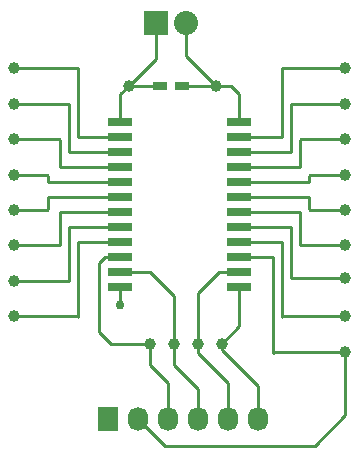
<source format=gbr>
G04 #@! TF.FileFunction,Copper,L1,Top,Signal*
%FSLAX46Y46*%
G04 Gerber Fmt 4.6, Leading zero omitted, Abs format (unit mm)*
G04 Created by KiCad (PCBNEW 4.0.2-stable) date Friday, July 22, 2016 'PMt' 01:52:08 PM*
%MOMM*%
G01*
G04 APERTURE LIST*
%ADD10C,0.100000*%
%ADD11R,1.200000X0.750000*%
%ADD12R,2.032000X0.660400*%
%ADD13C,1.000000*%
%ADD14R,2.032000X2.032000*%
%ADD15O,2.032000X2.032000*%
%ADD16R,1.727200X2.032000*%
%ADD17O,1.727200X2.032000*%
%ADD18C,0.762000*%
%ADD19C,0.250000*%
G04 APERTURE END LIST*
D10*
D11*
X239202000Y-90932000D03*
X237302000Y-90932000D03*
D12*
X233970800Y-94015000D03*
X233970800Y-95285000D03*
X233970800Y-96555000D03*
X233970800Y-97825000D03*
X233970800Y-99095000D03*
X233970800Y-100365000D03*
X233970800Y-101635000D03*
X233970800Y-102905000D03*
X233970800Y-104175000D03*
X233970800Y-105445000D03*
X233970800Y-106715000D03*
X233970800Y-107985000D03*
X244029200Y-107985000D03*
X244029200Y-106715000D03*
X244029200Y-105445000D03*
X244029200Y-104175000D03*
X244029200Y-102905000D03*
X244029200Y-101635000D03*
X244029200Y-100365000D03*
X244029200Y-99095000D03*
X244029200Y-97825000D03*
X244029200Y-96555000D03*
X244029200Y-95285000D03*
X244029200Y-94015000D03*
D13*
X242062000Y-90932000D03*
X234696000Y-90932000D03*
X253000000Y-113460000D03*
X236474000Y-112776000D03*
X238506000Y-112776000D03*
X240538000Y-112776000D03*
X242570000Y-112776000D03*
X225000000Y-110460000D03*
X225000000Y-107460000D03*
X225000000Y-104460000D03*
X225000000Y-101460000D03*
X225000000Y-98460000D03*
X225000000Y-95460000D03*
X225000000Y-92460000D03*
X225000000Y-89460000D03*
X253000000Y-89460000D03*
X253000000Y-92460000D03*
X253000000Y-95460000D03*
X253000000Y-98460000D03*
X253000000Y-101460000D03*
X253000000Y-104460000D03*
X252984000Y-107188000D03*
X253000000Y-110460000D03*
D14*
X236982000Y-85598000D03*
D15*
X239522000Y-85598000D03*
D16*
X232918000Y-119126000D03*
D17*
X235458000Y-119126000D03*
X237998000Y-119126000D03*
X240538000Y-119126000D03*
X243078000Y-119126000D03*
X245618000Y-119126000D03*
D18*
X233934000Y-109474000D03*
D19*
X239522000Y-85598000D02*
X239522000Y-88392000D01*
X239522000Y-88392000D02*
X242062000Y-90932000D01*
X242062000Y-90932000D02*
X243332000Y-90932000D01*
X244029200Y-91629200D02*
X244029200Y-94015000D01*
X243332000Y-90932000D02*
X244029200Y-91629200D01*
X239202000Y-90932000D02*
X242062000Y-90932000D01*
X233970800Y-107985000D02*
X233970800Y-109437200D01*
X233970800Y-109437200D02*
X233934000Y-109474000D01*
X236982000Y-85598000D02*
X236982000Y-88646000D01*
X236982000Y-88646000D02*
X234696000Y-90932000D01*
X237302000Y-90932000D02*
X234696000Y-90932000D01*
X233970800Y-94015000D02*
X233970800Y-91657200D01*
X233970800Y-91657200D02*
X234696000Y-90932000D01*
X233970800Y-95285000D02*
X230413000Y-95285000D01*
X230326000Y-89460000D02*
X225000000Y-89460000D01*
X230378000Y-89408000D02*
X230326000Y-89460000D01*
X230378000Y-95250000D02*
X230378000Y-89408000D01*
X230413000Y-95285000D02*
X230378000Y-95250000D01*
X233970800Y-96555000D02*
X229651000Y-96555000D01*
X229612000Y-92460000D02*
X225000000Y-92460000D01*
X229616000Y-92456000D02*
X229612000Y-92460000D01*
X229616000Y-96520000D02*
X229616000Y-92456000D01*
X229651000Y-96555000D02*
X229616000Y-96520000D01*
X233970800Y-97825000D02*
X228889000Y-97825000D01*
X228810000Y-95460000D02*
X225000000Y-95460000D01*
X228854000Y-95504000D02*
X228810000Y-95460000D01*
X228854000Y-97790000D02*
X228854000Y-95504000D01*
X228889000Y-97825000D02*
X228854000Y-97790000D01*
X233970800Y-99095000D02*
X227873000Y-99095000D01*
X227746000Y-98460000D02*
X225000000Y-98460000D01*
X227838000Y-98552000D02*
X227746000Y-98460000D01*
X227838000Y-99060000D02*
X227838000Y-98552000D01*
X227873000Y-99095000D02*
X227838000Y-99060000D01*
X233970800Y-100365000D02*
X227873000Y-100365000D01*
X227724000Y-101460000D02*
X225000000Y-101460000D01*
X227838000Y-101346000D02*
X227724000Y-101460000D01*
X227838000Y-100400000D02*
X227838000Y-101346000D01*
X227873000Y-100365000D02*
X227838000Y-100400000D01*
X233970800Y-101635000D02*
X228889000Y-101635000D01*
X228788000Y-104460000D02*
X225000000Y-104460000D01*
X228854000Y-104394000D02*
X228788000Y-104460000D01*
X228854000Y-101670000D02*
X228854000Y-104394000D01*
X228889000Y-101635000D02*
X228854000Y-101670000D01*
X233970800Y-102905000D02*
X229651000Y-102905000D01*
X229598000Y-107460000D02*
X225000000Y-107460000D01*
X229616000Y-107442000D02*
X229598000Y-107460000D01*
X229616000Y-102940000D02*
X229616000Y-107442000D01*
X229651000Y-102905000D02*
X229616000Y-102940000D01*
X233970800Y-104175000D02*
X230413000Y-104175000D01*
X230348000Y-110460000D02*
X225000000Y-110460000D01*
X230378000Y-110490000D02*
X230348000Y-110460000D01*
X230378000Y-104210000D02*
X230378000Y-110490000D01*
X230413000Y-104175000D02*
X230378000Y-104210000D01*
X236474000Y-112776000D02*
X236474000Y-114554000D01*
X237998000Y-116078000D02*
X237998000Y-119126000D01*
X236474000Y-114554000D02*
X237998000Y-116078000D01*
X233970800Y-105445000D02*
X232629000Y-105445000D01*
X233172000Y-112776000D02*
X236474000Y-112776000D01*
X232156000Y-111760000D02*
X233172000Y-112776000D01*
X232156000Y-105918000D02*
X232156000Y-111760000D01*
X232629000Y-105445000D02*
X232156000Y-105918000D01*
X238506000Y-112776000D02*
X238506000Y-114554000D01*
X240538000Y-116586000D02*
X240538000Y-119126000D01*
X238506000Y-114554000D02*
X240538000Y-116586000D01*
X233970800Y-106715000D02*
X236509000Y-106715000D01*
X238506000Y-108712000D02*
X238506000Y-112776000D01*
X236509000Y-106715000D02*
X238506000Y-108712000D01*
X242570000Y-112776000D02*
X242570000Y-113284000D01*
X245618000Y-116332000D02*
X245618000Y-119126000D01*
X242570000Y-113284000D02*
X245618000Y-116332000D01*
X244029200Y-107985000D02*
X244029200Y-111316800D01*
X244029200Y-111316800D02*
X242570000Y-112776000D01*
X240538000Y-112776000D02*
X240538000Y-113538000D01*
X243078000Y-116078000D02*
X243078000Y-119126000D01*
X240538000Y-113538000D02*
X243078000Y-116078000D01*
X244029200Y-106715000D02*
X242281000Y-106715000D01*
X240538000Y-108458000D02*
X240538000Y-112776000D01*
X242281000Y-106715000D02*
X240538000Y-108458000D01*
X253000000Y-113460000D02*
X253000000Y-118856000D01*
X237744000Y-121412000D02*
X235458000Y-119126000D01*
X250444000Y-121412000D02*
X237744000Y-121412000D01*
X253000000Y-118856000D02*
X250444000Y-121412000D01*
X244029200Y-105445000D02*
X246853000Y-105445000D01*
X246966000Y-113460000D02*
X253000000Y-113460000D01*
X246888000Y-113538000D02*
X246966000Y-113460000D01*
X246888000Y-105480000D02*
X246888000Y-113538000D01*
X246853000Y-105445000D02*
X246888000Y-105480000D01*
X244029200Y-104175000D02*
X247615000Y-104175000D01*
X247680000Y-110460000D02*
X253000000Y-110460000D01*
X247650000Y-110490000D02*
X247680000Y-110460000D01*
X247650000Y-104210000D02*
X247650000Y-110490000D01*
X247615000Y-104175000D02*
X247650000Y-104210000D01*
X244029200Y-102905000D02*
X248377000Y-102905000D01*
X248412000Y-107188000D02*
X252984000Y-107188000D01*
X248412000Y-102940000D02*
X248412000Y-107188000D01*
X248377000Y-102905000D02*
X248412000Y-102940000D01*
X244029200Y-101635000D02*
X249139000Y-101635000D01*
X249240000Y-104460000D02*
X253000000Y-104460000D01*
X249174000Y-104394000D02*
X249240000Y-104460000D01*
X249174000Y-101670000D02*
X249174000Y-104394000D01*
X249139000Y-101635000D02*
X249174000Y-101670000D01*
X244029200Y-100365000D02*
X249901000Y-100365000D01*
X250050000Y-101460000D02*
X253000000Y-101460000D01*
X249936000Y-101346000D02*
X250050000Y-101460000D01*
X249936000Y-100400000D02*
X249936000Y-101346000D01*
X249901000Y-100365000D02*
X249936000Y-100400000D01*
X244029200Y-99095000D02*
X249901000Y-99095000D01*
X250028000Y-98460000D02*
X253000000Y-98460000D01*
X249936000Y-98552000D02*
X250028000Y-98460000D01*
X249936000Y-99060000D02*
X249936000Y-98552000D01*
X249901000Y-99095000D02*
X249936000Y-99060000D01*
X244029200Y-97825000D02*
X249139000Y-97825000D01*
X249218000Y-95460000D02*
X253000000Y-95460000D01*
X249174000Y-95504000D02*
X249218000Y-95460000D01*
X249174000Y-97790000D02*
X249174000Y-95504000D01*
X249139000Y-97825000D02*
X249174000Y-97790000D01*
X244029200Y-96555000D02*
X248377000Y-96555000D01*
X248416000Y-92460000D02*
X253000000Y-92460000D01*
X248412000Y-92456000D02*
X248416000Y-92460000D01*
X248412000Y-96520000D02*
X248412000Y-92456000D01*
X248377000Y-96555000D02*
X248412000Y-96520000D01*
X244029200Y-95285000D02*
X247615000Y-95285000D01*
X247702000Y-89460000D02*
X253000000Y-89460000D01*
X247650000Y-89408000D02*
X247702000Y-89460000D01*
X247650000Y-95250000D02*
X247650000Y-89408000D01*
X247615000Y-95285000D02*
X247650000Y-95250000D01*
M02*

</source>
